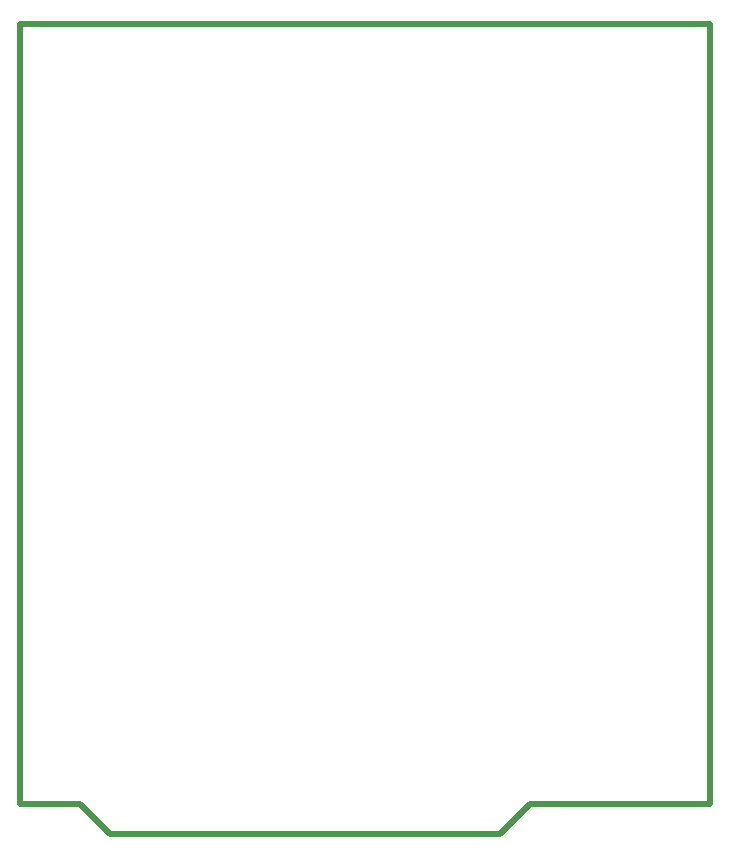
<source format=gko>
G04*
G04 #@! TF.GenerationSoftware,Altium Limited,Altium Designer,24.2.2 (26)*
G04*
G04 Layer_Color=16711935*
%FSLAX44Y44*%
%MOMM*%
G71*
G04*
G04 #@! TF.SameCoordinates,124A1895-3AD2-4E28-9B74-7A6451F43074*
G04*
G04*
G04 #@! TF.FilePolarity,Positive*
G04*
G01*
G75*
%ADD12C,0.5080*%
D12*
X50800Y0D02*
X381000D01*
X25400Y25400D02*
X50800Y0D01*
X-25400Y25400D02*
X25400D01*
X-25400D02*
Y685800D01*
X558800D01*
Y25400D02*
Y685800D01*
X406400Y25400D02*
X558800D01*
X381000Y0D02*
X406400Y25400D01*
M02*

</source>
